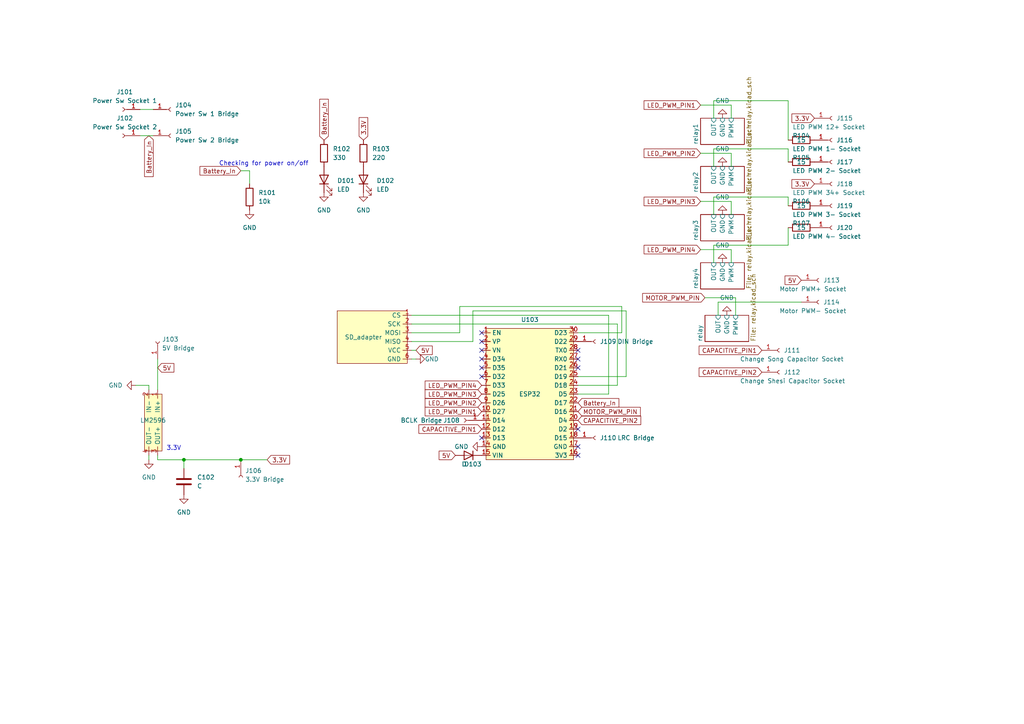
<source format=kicad_sch>
(kicad_sch (version 20230121) (generator eeschema)
  (paper "A4")
  (lib_symbols
    (symbol "Connector:Conn_01x01_Socket" (pin_names (offset 1.016) hide)
      (property "Reference" "J" (at 0 2.54 0))
      (property "Value" "Conn_01x01_Socket" (at 0 -2.54 0))
      (symbol "Conn_01x01_Socket_1_1"
        (polyline (pts (xy -1.27 0) (xy -0.508 0)) (stroke (width 0.1524)))
        (arc (start 0 0.508) (mid -0.5058 0) (end 0 -0.508) (stroke (width 0.1524)))
        (pin passive line (at -5.08 0 0) (length 3.81) (name "Pin_1") (number "1"))
      )
    )
    (symbol "Device:C" (pin_numbers hide) (pin_names (offset 0.254))
      (property "Reference" "C" (at 0.635 2.54 0))
      (property "Value" "C" (at 0.635 -2.54 0))
      (symbol "C_0_1"
        (polyline (pts (xy -2.032 -0.762) (xy 2.032 -0.762)) (stroke (width 0.508)))
        (polyline (pts (xy -2.032 0.762) (xy 2.032 0.762)) (stroke (width 0.508)))
      )
      (symbol "C_1_1"
        (pin passive line (at 0 3.81 270) (length 2.794) (name "~") (number "1"))
        (pin passive line (at 0 -3.81 90) (length 2.794) (name "~") (number "2"))
      )
    )
    (symbol "Device:D" (pin_numbers hide) (pin_names (offset 1.016) hide)
      (property "Reference" "D" (at 0 2.54 0))
      (property "Value" "D" (at 0 -2.54 0))
      (symbol "D_0_1"
        (polyline (pts (xy -1.27 1.27) (xy -1.27 -1.27)) (stroke (width 0.254)))
        (polyline (pts (xy 1.27 0) (xy -1.27 0)))
        (polyline (pts (xy 1.27 1.27) (xy 1.27 -1.27) (xy -1.27 0) (xy 1.27 1.27)) (stroke (width 0.254)))
      )
      (symbol "D_1_1"
        (pin passive line (at -3.81 0 0) (length 2.54) (name "K") (number "1"))
        (pin passive line (at 3.81 0 180) (length 2.54) (name "A") (number "2"))
      )
    )
    (symbol "Device:LED" (pin_numbers hide) (pin_names (offset 1.016) hide)
      (property "Reference" "D" (at 0 2.54 0))
      (property "Value" "LED" (at 0 -2.54 0))
      (symbol "LED_0_1"
        (polyline (pts (xy -1.27 -1.27) (xy -1.27 1.27)) (stroke (width 0.254)))
        (polyline (pts (xy -1.27 0) (xy 1.27 0)))
        (polyline (pts (xy 1.27 -1.27) (xy 1.27 1.27) (xy -1.27 0) (xy 1.27 -1.27)) (stroke (width 0.254)))
        (polyline (pts (xy -3.048 -0.762) (xy -4.572 -2.286) (xy -3.81 -2.286) (xy -4.572 -2.286) (xy -4.572 -1.524)))
        (polyline (pts (xy -1.778 -0.762) (xy -3.302 -2.286) (xy -2.54 -2.286) (xy -3.302 -2.286) (xy -3.302 -1.524)))
      )
      (symbol "LED_1_1"
        (pin passive line (at -3.81 0 0) (length 2.54) (name "K") (number "1"))
        (pin passive line (at 3.81 0 180) (length 2.54) (name "A") (number "2"))
      )
    )
    (symbol "Device:R" (pin_numbers hide) (pin_names (offset 0))
      (property "Reference" "R" (at 2.032 0 90))
      (property "Value" "R" (at 0 0 90))
      (symbol "R_0_1"
        (rectangle (start -1.016 -2.54) (end 1.016 2.54) (stroke (width 0.254)))
      )
      (symbol "R_1_1"
        (pin passive line (at 0 3.81 270) (length 1.27) (name "~") (number "1"))
        (pin passive line (at 0 -3.81 90) (length 1.27) (name "~") (number "2"))
      )
    )
    (symbol "ESP32_30PIN:ESP32_30PIN"
      (property "Reference" "U" (at 0 0 0))
      (symbol "ESP32_30PIN_1_1"
        (rectangle (start -12.7 19.05) (end 12.7 -19.05) (fill (type background)))
        (pin bidirectional line (at -13.97 17.78 0) (length 2.54) (name "EN") (number "1"))
        (pin bidirectional line (at -13.97 -5.08 0) (length 2.54) (name "D27") (number "10"))
        (pin bidirectional line (at -13.97 -7.62 0) (length 2.54) (name "D14") (number "11"))
        (pin bidirectional line (at -13.97 -10.16 0) (length 2.54) (name "D12") (number "12"))
        (pin bidirectional line (at -13.97 -12.7 0) (length 2.54) (name "D13") (number "13"))
        (pin bidirectional line (at -13.97 -15.24 0) (length 2.54) (name "GND") (number "14"))
        (pin bidirectional line (at -13.97 -17.78 0) (length 2.54) (name "VIN") (number "15"))
        (pin bidirectional line (at 13.97 -17.78 180) (length 2.54) (name "3V3") (number "16"))
        (pin bidirectional line (at 13.97 -15.24 180) (length 2.54) (name "GND") (number "17"))
        (pin bidirectional line (at 13.97 -12.7 180) (length 2.54) (name "D15") (number "18"))
        (pin bidirectional line (at 13.97 -10.16 180) (length 2.54) (name "D2") (number "19"))
        (pin bidirectional line (at -13.97 15.24 0) (length 2.54) (name "VP") (number "2"))
        (pin bidirectional line (at 13.97 -7.62 180) (length 2.54) (name "D4") (number "20"))
        (pin bidirectional line (at 13.97 -5.08 180) (length 2.54) (name "D16") (number "21"))
        (pin bidirectional line (at 13.97 -2.54 180) (length 2.54) (name "D17") (number "22"))
        (pin bidirectional line (at 13.97 0 180) (length 2.54) (name "D5") (number "23"))
        (pin bidirectional line (at 13.97 2.54 180) (length 2.54) (name "D18") (number "24"))
        (pin bidirectional line (at 13.97 5.08 180) (length 2.54) (name "D19") (number "25"))
        (pin bidirectional line (at 13.97 7.62 180) (length 2.54) (name "D21") (number "26"))
        (pin bidirectional line (at 13.97 10.16 180) (length 2.54) (name "RX0") (number "27"))
        (pin bidirectional line (at 13.97 12.7 180) (length 2.54) (name "TX0") (number "28"))
        (pin bidirectional line (at 13.97 15.24 180) (length 2.54) (name "D22") (number "29"))
        (pin bidirectional line (at -13.97 12.7 0) (length 2.54) (name "VN") (number "3"))
        (pin bidirectional line (at 13.97 17.78 180) (length 2.54) (name "D23") (number "30"))
        (pin bidirectional line (at -13.97 10.16 0) (length 2.54) (name "D34") (number "4"))
        (pin bidirectional line (at -13.97 7.62 0) (length 2.54) (name "D35") (number "5"))
        (pin bidirectional line (at -13.97 5.08 0) (length 2.54) (name "D32") (number "6"))
        (pin bidirectional line (at -13.97 2.54 0) (length 2.54) (name "D33") (number "7"))
        (pin bidirectional line (at -13.97 0 0) (length 2.54) (name "D25") (number "8"))
        (pin bidirectional line (at -13.97 -2.54 0) (length 2.54) (name "D26") (number "9"))
      )
    )
    (symbol "LM2596:LM2596"
      (property "Reference" "U" (at 1.27 0 0))
      (symbol "LM2596_1_1"
        (rectangle (start -8.89 2.54) (end 7.62 -2.54) (fill (type background)))
        (pin bidirectional line (at -10.16 1.27 0) (length 2.54) (name "IN+") (number "1"))
        (pin bidirectional line (at -10.16 -1.27 0) (length 2.54) (name "IN-") (number "2"))
        (pin bidirectional line (at 8.89 1.27 180) (length 2.54) (name "OUT+") (number "3"))
        (pin bidirectional line (at 8.89 -1.27 180) (length 2.54) (name "OUT-") (number "4"))
      )
    )
    (symbol "SD_adapter:SD_adapter"
      (property "Reference" "U" (at 11.43 0 0))
      (symbol "SD_adapter_1_1"
        (rectangle (start -10.16 8.89) (end 10.16 -6.35) (fill (type background)))
        (pin bidirectional line (at 11.43 7.62 180) (length 2.54) (name "CS") (number "1"))
        (pin bidirectional line (at 11.43 5.08 180) (length 2.54) (name "SCK") (number "2"))
        (pin bidirectional line (at 11.43 2.54 180) (length 2.54) (name "MOSI") (number "3"))
        (pin bidirectional line (at 11.43 0 180) (length 2.54) (name "MISO") (number "4"))
        (pin bidirectional line (at 11.43 -2.54 180) (length 2.54) (name "VCC") (number "5"))
        (pin bidirectional line (at 11.43 -5.08 180) (length 2.54) (name "GND") (number "6"))
      )
    )
    (symbol "power:GND" (power) (pin_names (offset 0))
      (property "Value" "GND" (at 0 -3.81 0))
      (symbol "GND_0_1"
        (polyline (pts (xy 0 0) (xy 0 -1.27) (xy 1.27 -1.27) (xy 0 -2.54) (xy -1.27 -1.27) (xy 0 -1.27)))
      )
      (symbol "GND_1_1"
        (pin power_in line (at 0 0 270) (length 0) hide (name "GND") (number "1"))
      )
    )
  )
  (junction (at 69.85 133.35))
  (junction (at 53.34 133.35))
  (no_connect (at 139.7 104.14))
  (no_connect (at 167.64 124.46))
  (no_connect (at 167.64 104.14))
  (no_connect (at 139.7 96.52))
  (no_connect (at 139.7 109.22))
  (no_connect (at 167.64 132.08))
  (no_connect (at 167.64 129.54))
  (no_connect (at 139.7 127))
  (no_connect (at 139.7 99.06))
  (no_connect (at 167.64 101.6))
  (no_connect (at 167.64 106.68))
  (no_connect (at 139.7 106.68))
  (no_connect (at 139.7 101.6))
  (wire (pts (xy 176.53 114.3) (xy 167.64 114.3)))
  (wire (pts (xy 137.16 90.17) (xy 181.61 90.17)))
  (wire (pts (xy 203.2 72.39) (xy 212.09 72.39)))
  (wire (pts (xy 119.38 96.52) (xy 133.35 96.52)))
  (wire (pts (xy 232.41 87.63) (xy 208.28 87.63)))
  (wire (pts (xy 179.07 111.76) (xy 167.64 111.76)))
  (wire (pts (xy 181.61 109.22) (xy 167.64 109.22)))
  (wire (pts (xy 207.01 48.26) (xy 207.01 43.18)))
  (wire (pts (xy 45.72 133.35) (xy 53.34 133.35)))
  (wire (pts (xy 203.2 30.48) (xy 212.09 30.48)))
  (wire (pts (xy 53.34 133.35) (xy 69.85 133.35)))
  (wire (pts (xy 228.6 29.21) (xy 228.6 40.64)))
  (wire (pts (xy 207.01 29.21) (xy 228.6 29.21)))
  (wire (pts (xy 43.18 132.08) (xy 43.18 133.35)))
  (wire (pts (xy 133.35 88.9) (xy 180.34 88.9)))
  (wire (pts (xy 45.72 132.08) (xy 45.72 133.35)))
  (wire (pts (xy 119.38 99.06) (xy 137.16 99.06)))
  (wire (pts (xy 119.38 91.44) (xy 176.53 91.44)))
  (wire (pts (xy 45.72 104.14) (xy 45.72 113.03)))
  (wire (pts (xy 43.18 111.76) (xy 43.18 113.03)))
  (wire (pts (xy 53.34 133.35) (xy 53.34 135.89)))
  (wire (pts (xy 176.53 91.44) (xy 176.53 114.3)))
  (wire (pts (xy 69.85 49.53) (xy 72.39 49.53)))
  (wire (pts (xy 212.09 30.48) (xy 212.09 34.29)))
  (wire (pts (xy 207.01 43.18) (xy 228.6 43.18)))
  (wire (pts (xy 212.09 72.39) (xy 212.09 76.2)))
  (wire (pts (xy 119.38 104.14) (xy 120.65 104.14)))
  (wire (pts (xy 133.35 96.52) (xy 133.35 88.9)))
  (wire (pts (xy 228.6 57.15) (xy 228.6 59.69)))
  (wire (pts (xy 228.6 43.18) (xy 228.6 46.99)))
  (wire (pts (xy 180.34 88.9) (xy 180.34 96.52)))
  (wire (pts (xy 181.61 90.17) (xy 181.61 109.22)))
  (wire (pts (xy 207.01 34.29) (xy 207.01 29.21)))
  (wire (pts (xy 208.28 87.63) (xy 208.28 91.44)))
  (wire (pts (xy 39.37 111.76) (xy 43.18 111.76)))
  (wire (pts (xy 44.45 31.75) (xy 40.64 31.75)))
  (wire (pts (xy 207.01 76.2) (xy 207.01 71.12)))
  (wire (pts (xy 179.07 93.98) (xy 179.07 111.76)))
  (wire (pts (xy 137.16 99.06) (xy 137.16 90.17)))
  (wire (pts (xy 207.01 71.12) (xy 228.6 71.12)))
  (wire (pts (xy 72.39 49.53) (xy 72.39 53.34)))
  (wire (pts (xy 69.85 133.35) (xy 77.47 133.35)))
  (wire (pts (xy 203.2 44.45) (xy 212.09 44.45)))
  (wire (pts (xy 119.38 101.6) (xy 120.65 101.6)))
  (wire (pts (xy 228.6 66.04) (xy 228.6 71.12)))
  (wire (pts (xy 40.64 39.37) (xy 44.45 39.37)))
  (wire (pts (xy 213.36 86.36) (xy 213.36 91.44)))
  (wire (pts (xy 204.47 86.36) (xy 213.36 86.36)))
  (wire (pts (xy 207.01 62.23) (xy 207.01 57.15)))
  (wire (pts (xy 167.64 96.52) (xy 180.34 96.52)))
  (wire (pts (xy 212.09 44.45) (xy 212.09 48.26)))
  (wire (pts (xy 207.01 57.15) (xy 228.6 57.15)))
  (wire (pts (xy 212.09 58.42) (xy 212.09 62.23)))
  (wire (pts (xy 119.38 93.98) (xy 179.07 93.98)))
  (wire (pts (xy 203.2 58.42) (xy 212.09 58.42)))
  (text "Checking for power on/off" (at 63.5 48.26 0) (effects (font (size 1.27 1.27)) (justify left bottom)))
  (text "3.3V" (at 48.26 130.81 0) (effects (font (size 1.27 1.27)) (justify left bottom)))
  (global_label "Battery_In" (shape input) (at 93.98 40.64 90) (property "Intersheetrefs" "${INTERSHEET_REFS}" (effects hide)))
  (global_label "CAPACITIVE_PIN2" (shape input) (at 220.98 107.95 180) (property "Intersheetrefs" "${INTERSHEET_REFS}" (effects hide)))
  (global_label "LED_PWM_PIN2" (shape input) (at 203.2 44.45 180) (property "Intersheetrefs" "${INTERSHEET_REFS}" (effects hide)))
  (global_label "5V" (shape input) (at 232.41 81.28 180) (property "Intersheetrefs" "${INTERSHEET_REFS}" (effects hide)))
  (global_label "3.3V" (shape input) (at 105.41 40.64 90) (property "Intersheetrefs" "${INTERSHEET_REFS}" (effects hide)))
  (global_label "CAPACITIVE_PIN1" (shape input) (at 220.98 101.6 180) (property "Intersheetrefs" "${INTERSHEET_REFS}" (effects hide)))
  (global_label "CAPACITIVE_PIN1" (shape input) (at 139.7 124.46 180) (property "Intersheetrefs" "${INTERSHEET_REFS}" (effects hide)))
  (global_label "LED_PWM_PIN4" (shape input) (at 139.7 111.76 180) (property "Intersheetrefs" "${INTERSHEET_REFS}" (effects hide)))
  (global_label "MOTOR_PWM_PIN" (shape input) (at 167.64 119.38 0) (property "Intersheetrefs" "${INTERSHEET_REFS}" (effects hide)))
  (global_label "Battery_In" (shape input) (at 43.18 39.37 270) (property "Intersheetrefs" "${INTERSHEET_REFS}" (effects hide)))
  (global_label "LED_PWM_PIN1" (shape input) (at 139.7 119.38 180) (property "Intersheetrefs" "${INTERSHEET_REFS}" (effects hide)))
  (global_label "LED_PWM_PIN3" (shape input) (at 203.2 58.42 180) (property "Intersheetrefs" "${INTERSHEET_REFS}" (effects hide)))
  (global_label "MOTOR_PWM_PIN" (shape input) (at 204.47 86.36 180) (property "Intersheetrefs" "${INTERSHEET_REFS}" (effects hide)))
  (global_label "LED_PWM_PIN3" (shape input) (at 139.7 114.3 180) (property "Intersheetrefs" "${INTERSHEET_REFS}" (effects hide)))
  (global_label "Battery_In" (shape input) (at 167.64 116.84 0) (property "Intersheetrefs" "${INTERSHEET_REFS}" (effects hide)))
  (global_label "5V" (shape input) (at 120.65 101.6 0) (property "Intersheetrefs" "${INTERSHEET_REFS}" (effects hide)))
  (global_label "LED_PWM_PIN1" (shape input) (at 203.2 30.48 180) (property "Intersheetrefs" "${INTERSHEET_REFS}" (effects hide)))
  (global_label "LED_PWM_PIN4" (shape input) (at 203.2 72.39 180) (property "Intersheetrefs" "${INTERSHEET_REFS}" (effects hide)))
  (global_label "Battery_In" (shape input) (at 69.85 49.53 180) (property "Intersheetrefs" "${INTERSHEET_REFS}" (effects hide)))
  (global_label "5V" (shape input) (at 45.72 106.68 0) (property "Intersheetrefs" "${INTERSHEET_REFS}" (effects hide)))
  (global_label "3.3V" (shape input) (at 236.22 34.29 180) (property "Intersheetrefs" "${INTERSHEET_REFS}" (effects hide)))
  (global_label "3.3V" (shape input) (at 77.47 133.35 0) (property "Intersheetrefs" "${INTERSHEET_REFS}" (effects hide)))
  (global_label "LED_PWM_PIN2" (shape input) (at 139.7 116.84 180) (property "Intersheetrefs" "${INTERSHEET_REFS}" (effects hide)))
  (global_label "CAPACITIVE_PIN2" (shape input) (at 167.64 121.92 0) (property "Intersheetrefs" "${INTERSHEET_REFS}" (effects hide)))
  (global_label "3.3V" (shape input) (at 236.22 53.34 180) (property "Intersheetrefs" "${INTERSHEET_REFS}" (effects hide)))
  (global_label "5V" (shape input) (at 132.08 132.08 180) (property "Intersheetrefs" "${INTERSHEET_REFS}" (effects hide)))
  (symbol (lib_id "Connector:Conn_01x01_Socket") (at 241.3 46.99 0) (unit 1)
    (property "Reference" "J117" (at 242.57 46.99 0) (effects (justify left)))
    (property "Value" "LED PWM 2- Socket" (at 229.87 49.53 0) (effects (justify left)))
    (property "Footprint" "Connector_PinSocket_2.54mm:PinSocket_1x01_P2.54mm_Vertical" (effects hide))
  )
  (symbol (lib_id "Connector:Conn_01x01_Socket") (at 226.06 107.95 0) (unit 1)
    (property "Reference" "J112" (at 227.33 107.95 0) (effects (justify left)))
    (property "Value" "Change Shesi Capacitor Socket" (at 214.63 110.49 0) (effects (justify left)))
    (property "Footprint" "Connector_PinSocket_2.54mm:PinSocket_1x01_P2.54mm_Vertical" (effects hide))
  )
  (symbol (lib_id "Connector:Conn_01x01_Socket") (at 237.49 87.63 0) (unit 1)
    (property "Reference" "J114" (at 238.76 87.63 0) (effects (justify left)))
    (property "Value" "Motor PWM- Socket" (at 226.06 90.17 0) (effects (justify left)))
    (property "Footprint" "Connector_PinSocket_2.54mm:PinSocket_1x01_P2.54mm_Vertical" (effects hide))
  )
  (symbol (lib_id "Device:R") (at 93.98 44.45 180) (unit 1)
    (property "Reference" "R102" (at 96.52 43.18 0) (effects (justify right)))
    (property "Value" "330" (at 96.52 45.72 0) (effects (justify right)))
    (property "Footprint" "Resistor_THT:R_Axial_DIN0207_L6.3mm_D2.5mm_P7.62mm_Horizontal" (effects hide))
  )
  (symbol (lib_id "Device:D") (at 135.89 132.08 180) (unit 1)
    (property "Reference" "D103" (at 137.16 134.62 0))
    (property "Value" "D" (at 134.62 134.62 0))
    (property "Footprint" "Diode_THT:D_DO-34_SOD68_P7.62mm_Horizontal" (effects hide))
    (property "Sim.Device" "D" (effects hide))
    (property "Sim.Pins" "1=K 2=A" (effects hide))
  )
  (symbol (lib_id "Connector:Conn_01x01_Socket") (at 241.3 53.34 0) (unit 1)
    (property "Reference" "J118" (at 242.57 53.34 0) (effects (justify left)))
    (property "Value" "LED PWM 34+ Socket" (at 229.87 55.88 0) (effects (justify left)))
    (property "Footprint" "Connector_PinSocket_2.54mm:PinSocket_1x01_P2.54mm_Vertical" (effects hide))
  )
  (symbol (lib_id "Device:R") (at 105.41 44.45 180) (unit 1)
    (property "Reference" "R103" (at 107.95 43.18 0) (effects (justify right)))
    (property "Value" "220" (at 107.95 45.72 0) (effects (justify right)))
    (property "Footprint" "Resistor_THT:R_Axial_DIN0207_L6.3mm_D2.5mm_P7.62mm_Horizontal" (effects hide))
  )
  (symbol (lib_id "power:GND") (at 210.82 91.44 180) (unit 1)
    (property "Reference" "#PWR0114" (effects hide))
    (property "Value" "GND" (at 210.82 86.36 0))
  )
  (symbol (lib_id "Device:LED") (at 93.98 52.07 90) (unit 1)
    (property "Reference" "D101" (at 97.79 52.3875 90) (effects (justify right)))
    (property "Value" "LED" (at 97.79 54.9275 90) (effects (justify right)))
    (property "Footprint" "LED_THT:LED_D5.0mm" (effects hide))
  )
  (symbol (lib_id "Connector:Conn_01x01_Socket") (at 226.06 101.6 0) (unit 1)
    (property "Reference" "J111" (at 227.33 101.6 0) (effects (justify left)))
    (property "Value" "Change Song Capacitor Socket" (at 214.63 104.14 0) (effects (justify left)))
    (property "Footprint" "Connector_PinSocket_2.54mm:PinSocket_1x01_P2.54mm_Vertical" (effects hide))
  )
  (symbol (lib_id "Connector:Conn_01x01_Socket") (at 172.72 99.06 0) (unit 1)
    (property "Reference" "J109" (at 173.99 99.06 0) (effects (justify left)))
    (property "Value" "DIN Bridge" (at 179.07 99.06 0) (effects (justify left)))
    (property "Footprint" "Connector_PinSocket_2.54mm:PinSocket_1x01_P2.54mm_Vertical" (effects hide))
  )
  (symbol (lib_id "power:GND") (at 53.34 143.51 0) (unit 1)
    (property "Reference" "#PWR0104" (effects hide))
    (property "Value" "GND" (at 53.34 148.59 0))
  )
  (symbol (lib_id "Connector:Conn_01x01_Socket") (at 45.72 99.06 90) (unit 1)
    (property "Reference" "J103" (at 46.99 98.425 90) (effects (justify right)))
    (property "Value" "5V Bridge" (at 46.99 100.965 90) (effects (justify right)))
    (property "Footprint" "Connector_PinSocket_2.54mm:PinSocket_1x01_P2.54mm_Vertical" (effects hide))
  )
  (symbol (lib_id "power:GND") (at 209.55 34.29 180) (unit 1)
    (property "Reference" "#PWR0110" (effects hide))
    (property "Value" "GND" (at 209.55 29.21 0))
  )
  (symbol (lib_id "power:GND") (at 209.55 62.23 180) (unit 1)
    (property "Reference" "#PWR0112" (effects hide))
    (property "Value" "GND" (at 209.55 57.15 0))
  )
  (symbol (lib_id "SD_adapter:SD_adapter") (at 107.95 99.06 0) (unit 1)
    (property "Reference" "U102" (effects hide))
    (property "Value" "SD_adapter" (at 105.41 97.79 0))
    (property "Footprint" "SD_Adapter:SD_Adapter" (effects hide))
  )
  (symbol (lib_id "power:GND") (at 120.65 104.14 90) (unit 1)
    (property "Reference" "#PWR0108" (effects hide))
    (property "Value" "GND" (at 123.19 104.14 90) (effects (justify right)))
  )
  (symbol (lib_id "Connector:Conn_01x01_Socket") (at 172.72 127 0) (unit 1)
    (property "Reference" "J110" (at 173.99 127 0) (effects (justify left)))
    (property "Value" "LRC Bridge" (at 179.07 127 0) (effects (justify left)))
    (property "Footprint" "Connector_PinSocket_2.54mm:PinSocket_1x01_P2.54mm_Vertical" (effects hide))
  )
  (symbol (lib_id "Connector:Conn_01x01_Socket") (at 35.56 31.75 180) (unit 1)
    (property "Reference" "J101" (at 36.195 26.67 0))
    (property "Value" "Power Sw Socket 1" (at 36.195 29.21 0))
    (property "Footprint" "Connector_PinSocket_2.54mm:PinSocket_1x01_P2.54mm_Vertical" (effects hide))
  )
  (symbol (lib_id "Connector:Conn_01x01_Socket") (at 49.53 39.37 0) (unit 1)
    (property "Reference" "J105" (at 50.8 38.1 0) (effects (justify left)))
    (property "Value" "Power Sw 2 Bridge" (at 50.8 40.64 0) (effects (justify left)))
    (property "Footprint" "Connector_PinSocket_2.54mm:PinSocket_1x01_P2.54mm_Vertical" (effects hide))
  )
  (symbol (lib_id "power:GND") (at 93.98 55.88 0) (unit 1)
    (property "Reference" "#PWR0106" (effects hide))
    (property "Value" "GND" (at 93.98 60.96 0))
  )
  (symbol (lib_id "Device:R") (at 232.41 66.04 270) (unit 1)
    (property "Reference" "R107" (at 232.41 64.77 90))
    (property "Value" "15" (at 232.41 66.04 90))
    (property "Footprint" "Resistor_THT:R_Axial_DIN0207_L6.3mm_D2.5mm_P7.62mm_Horizontal" (effects hide))
  )
  (symbol (lib_id "Device:R") (at 232.41 40.64 270) (unit 1)
    (property "Reference" "R104" (at 232.41 39.37 90))
    (property "Value" "15" (at 232.41 40.64 90))
    (property "Footprint" "Resistor_THT:R_Axial_DIN0207_L6.3mm_D2.5mm_P7.62mm_Horizontal" (effects hide))
  )
  (symbol (lib_id "power:GND") (at 39.37 111.76 270) (unit 1)
    (property "Reference" "#PWR0101" (effects hide))
    (property "Value" "GND" (at 35.56 111.76 90) (effects (justify right)))
  )
  (symbol (lib_id "Device:LED") (at 105.41 52.07 90) (unit 1)
    (property "Reference" "D102" (at 109.22 52.3875 90) (effects (justify right)))
    (property "Value" "LED" (at 109.22 54.9275 90) (effects (justify right)))
    (property "Footprint" "LED_THT:LED_D5.0mm" (effects hide))
  )
  (symbol (lib_id "power:GND") (at 209.55 76.2 180) (unit 1)
    (property "Reference" "#PWR0113" (effects hide))
    (property "Value" "GND" (at 209.55 71.12 0))
  )
  (symbol (lib_id "LM2596:LM2596") (at 44.45 123.19 270) (unit 1)
    (property "Reference" "U101" (effects hide))
    (property "Value" "LM2596" (at 40.64 121.92 90) (effects (justify left)))
    (property "Footprint" "LM2596:LM2596" (effects hide))
  )
  (symbol (lib_id "Device:C") (at 53.34 139.7 0) (unit 1)
    (property "Reference" "C102" (at 57.15 138.43 0) (effects (justify left)))
    (property "Value" "C" (at 57.15 140.97 0) (effects (justify left)))
    (property "Footprint" "Capacitor_THT:CP_Radial_D5.0mm_P2.50mm" (effects hide))
  )
  (symbol (lib_id "Connector:Conn_01x01_Socket") (at 241.3 59.69 0) (unit 1)
    (property "Reference" "J119" (at 242.57 59.69 0) (effects (justify left)))
    (property "Value" "LED PWM 3- Socket" (at 229.87 62.23 0) (effects (justify left)))
    (property "Footprint" "Connector_PinSocket_2.54mm:PinSocket_1x01_P2.54mm_Vertical" (effects hide))
  )
  (symbol (lib_id "power:GND") (at 105.41 55.88 0) (unit 1)
    (property "Reference" "#PWR0107" (effects hide))
    (property "Value" "GND" (at 105.41 60.96 0))
  )
  (symbol (lib_id "Device:R") (at 232.41 46.99 270) (unit 1)
    (property "Reference" "R105" (at 232.41 45.72 90))
    (property "Value" "15" (at 232.41 46.99 90))
    (property "Footprint" "Resistor_THT:R_Axial_DIN0207_L6.3mm_D2.5mm_P7.62mm_Horizontal" (effects hide))
  )
  (symbol (lib_id "power:GND") (at 209.55 48.26 180) (unit 1)
    (property "Reference" "#PWR0111" (effects hide))
    (property "Value" "GND" (at 209.55 43.18 0))
  )
  (symbol (lib_id "ESP32_30PIN:ESP32_30PIN") (at 153.67 114.3 0) (unit 1)
    (property "Reference" "U103" (at 153.67 92.71 0))
    (property "Value" "ESP32" (at 153.67 114.3 0))
    (property "Footprint" "ESP32_30PIN:ESP32_30PIN" (effects hide))
  )
  (symbol (lib_id "Connector:Conn_01x01_Socket") (at 241.3 66.04 0) (unit 1)
    (property "Reference" "J120" (at 242.57 66.04 0) (effects (justify left)))
    (property "Value" "LED PWM 4- Socket" (at 229.87 68.58 0) (effects (justify left)))
    (property "Footprint" "Connector_PinSocket_2.54mm:PinSocket_1x01_P2.54mm_Vertical" (effects hide))
  )
  (symbol (lib_id "power:GND") (at 72.39 60.96 0) (unit 1)
    (property "Reference" "#PWR0105" (effects hide))
    (property "Value" "GND" (at 72.39 66.04 0))
  )
  (symbol (lib_id "Connector:Conn_01x01_Socket") (at 35.56 39.37 180) (unit 1)
    (property "Reference" "J102" (at 36.195 34.29 0))
    (property "Value" "Power Sw Socket 2" (at 36.195 36.83 0))
    (property "Footprint" "Connector_PinSocket_2.54mm:PinSocket_1x01_P2.54mm_Vertical" (effects hide))
  )
  (symbol (lib_id "Connector:Conn_01x01_Socket") (at 241.3 34.29 0) (unit 1)
    (property "Reference" "J115" (at 242.57 34.29 0) (effects (justify left)))
    (property "Value" "LED PWM 12+ Socket" (at 229.87 36.83 0) (effects (justify left)))
    (property "Footprint" "Connector_PinSocket_2.54mm:PinSocket_1x01_P2.54mm_Vertical" (effects hide))
  )
  (symbol (lib_id "power:GND") (at 43.18 133.35 0) (unit 1)
    (property "Reference" "#PWR0102" (effects hide))
    (property "Value" "GND" (at 43.18 138.43 0))
  )
  (symbol (lib_id "power:GND") (at 139.7 129.54 270) (unit 1)
    (property "Reference" "#PWR0109" (effects hide))
    (property "Value" "GND" (at 135.89 129.54 90) (effects (justify right)))
  )
  (symbol (lib_id "Connector:Conn_01x01_Socket") (at 134.62 121.92 180) (unit 1)
    (property "Reference" "J108" (at 133.35 121.92 0) (effects (justify left)))
    (property "Value" "BCLK Bridge" (at 128.27 121.92 0) (effects (justify left)))
    (property "Footprint" "Connector_PinSocket_2.54mm:PinSocket_1x01_P2.54mm_Vertical" (effects hide))
  )
  (symbol (lib_id "Device:R") (at 72.39 57.15 180) (unit 1)
    (property "Reference" "R101" (at 74.93 55.88 0) (effects (justify right)))
    (property "Value" "10k" (at 74.93 58.42 0) (effects (justify right)))
    (property "Footprint" "Resistor_THT:R_Axial_DIN0207_L6.3mm_D2.5mm_P7.62mm_Horizontal" (effects hide))
  )
  (symbol (lib_id "Connector:Conn_01x01_Socket") (at 241.3 40.64 0) (unit 1)
    (property "Reference" "J116" (at 242.57 40.64 0) (effects (justify left)))
    (property "Value" "LED PWM 1- Socket" (at 229.87 43.18 0) (effects (justify left)))
    (property "Footprint" "Connector_PinSocket_2.54mm:PinSocket_1x01_P2.54mm_Vertical" (effects hide))
  )
  (symbol (lib_id "Connector:Conn_01x01_Socket") (at 49.53 31.75 0) (unit 1)
    (property "Reference" "J104" (at 50.8 30.48 0) (effects (justify left)))
    (property "Value" "Power Sw 1 Bridge" (at 50.8 33.02 0) (effects (justify left)))
    (property "Footprint" "Connector_PinSocket_2.54mm:PinSocket_1x01_P2.54mm_Vertical" (effects hide))
  )
  (symbol (lib_id "Connector:Conn_01x01_Socket") (at 69.85 138.43 270) (unit 1)
    (property "Reference" "J106" (at 71.12 136.525 90) (effects (justify left)))
    (property "Value" "3.3V Bridge" (at 71.12 139.065 90) (effects (justify left)))
    (property "Footprint" "Connector_PinSocket_2.54mm:PinSocket_1x01_P2.54mm_Vertical" (effects hide))
  )
  (symbol (lib_id "Device:R") (at 232.41 59.69 270) (unit 1)
    (property "Reference" "R106" (at 232.41 58.42 90))
    (property "Value" "15" (at 232.41 59.69 90))
    (property "Footprint" "Resistor_THT:R_Axial_DIN0207_L6.3mm_D2.5mm_P7.62mm_Horizontal" (effects hide))
  )
  (symbol (lib_id "Connector:Conn_01x01_Socket") (at 237.49 81.28 0) (unit 1)
    (property "Reference" "J113" (at 238.76 81.28 0) (effects (justify left)))
    (property "Value" "Motor PWM+ Socket" (at 226.06 83.82 0) (effects (justify left)))
    (property "Footprint" "Connector_PinSocket_2.54mm:PinSocket_1x01_P2.54mm_Vertical" (effects hide))
  )
  (sheet (at 204.47 91.44) (size 12.7 7.62) (stroke (width 0.1524))
    (property "Sheetname" "relay" (at 203.7584 99.06 90) (effects (justify left bottom)))
    (property "Sheetfile" "relay.kicad_sch" (at 217.7546 99.06 90) (effects (justify left top)))
    (pin "OUT" input (at 208.28 91.44 90))
    (pin "GND" input (at 210.82 91.44 90))
    (pin "PWM" input (at 213.36 91.44 90))
  )
  (sheet (at 203.2 76.2) (size 12.7 7.62) (stroke (width 0.1524))
    (property "Sheetname" "relay4" (at 202.4884 83.82 90) (effects (justify left bottom)))
    (property "Sheetfile" "relay.kicad_sch" (at 216.4846 83.82 90) (effects (justify left top)))
    (pin "OUT" input (at 207.01 76.2 90))
    (pin "GND" input (at 209.55 76.2 90))
    (pin "PWM" input (at 212.09 76.2 90))
  )
  (sheet (at 203.2 48.26) (size 12.7 7.62) (stroke (width 0.1524))
    (property "Sheetname" "relay2" (at 202.4884 55.88 90) (effects (justify left bottom)))
    (property "Sheetfile" "relay.kicad_sch" (at 216.4846 55.88 90) (effects (justify left top)))
    (pin "OUT" input (at 207.01 48.26 90))
    (pin "GND" input (at 209.55 48.26 90))
    (pin "PWM" input (at 212.09 48.26 90))
  )
  (sheet (at 203.2 62.23) (size 12.7 7.62) (stroke (width 0.1524))
    (property "Sheetname" "relay3" (at 202.4884 69.85 90) (effects (justify left bottom)))
    (property "Sheetfile" "relay.kicad_sch" (at 216.4846 69.85 90) (effects (justify left top)))
    (pin "OUT" input (at 207.01 62.23 90))
    (pin "GND" input (at 209.55 62.23 90))
    (pin "PWM" input (at 212.09 62.23 90))
  )
  (sheet (at 203.2 34.29) (size 12.7 7.62) (stroke (width 0.1524))
    (property "Sheetname" "relay1" (at 202.4884 41.91 90) (effects (justify left bottom)))
    (property "Sheetfile" "relay.kicad_sch" (at 216.4846 41.91 90) (effects (justify left top)))
    (pin "OUT" input (at 207.01 34.29 90))
    (pin "GND" input (at 209.55 34.29 90))
    (pin "PWM" input (at 212.09 34.29 90))
  )
)
</source>
